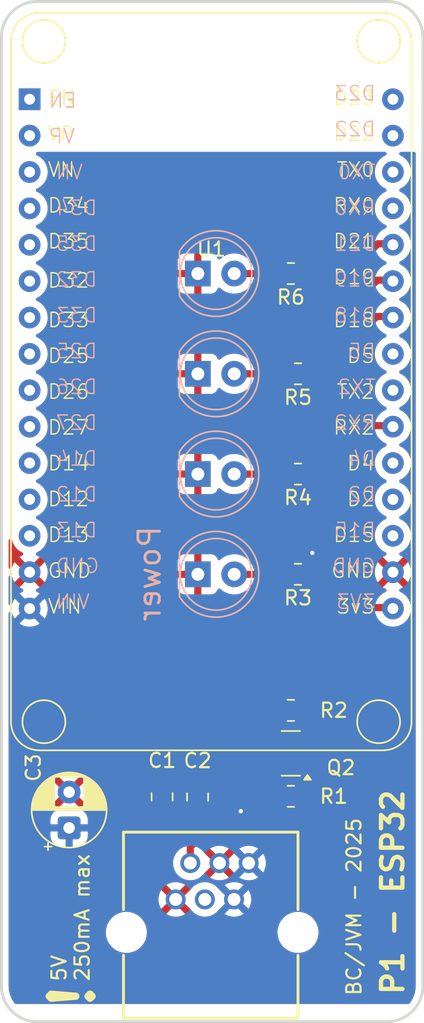
<source format=kicad_pcb>
(kicad_pcb (version 20241229) (generator "pcbnew") (generator_version "9.0")
  (layers (0 "F.Cu" signal) (2 "B.Cu" signal) (13 "F.Paste" user) (15 "B.Paste" user) (5 "F.SilkS" user "F.Silkscreen") (7 "B.SilkS" user "B.Silkscreen") (1 "F.Mask" user) (3 "B.Mask" user) (25 "Edge.Cuts" user))
  (net 0 "")
  (net 23 "VCC")
  (net 25 "GND")
  (net 26 "DATA")
  (net 27 "DATA_INV")
  (net 28 "Net-(U1-IO21)")
  (net 29 "Net-(U1-IO19)")
  (net 30 "Net-(U1-IO18)")
  (net 31 "Net-(D1-A)")
  (net 32 "Net-(D2-A)")
  (net 33 "Net-(D3-A)")
  (net 34 "Net-(D4-A)")
  (net 35 "+3.3V")
  (footprint "Capacitor_THT:CP_Radial_D5.0mm_P2.50mm" (layer "F.Cu") (at 50.5 81.705113 90)
    (property "Reference" "C3" (at 4.205113 -2.5 90) (layer "F.SilkS"))
    (property "Value" "C_Polarized")
    (fp_line (start 1.29 -2.58) (end 1.29 2.58) (stroke (width 0.12)) (layer "F.SilkS"))
    (fp_line (start 1.25 -2.58) (end 1.25 2.58) (stroke (width 0.12)) (layer "F.SilkS"))
    (fp_line (start 1.33 -2.579) (end 1.33 2.579) (stroke (width 0.12)) (layer "F.SilkS"))
    (fp_line (start 1.37 -2.577) (end 1.37 2.577) (stroke (width 0.12)) (layer "F.SilkS"))
    (fp_line (start 1.41 -2.575) (end 1.41 2.575) (stroke (width 0.12)) (layer "F.SilkS"))
    (fp_line (start 1.45 -2.572) (end 1.45 2.572) (stroke (width 0.12)) (layer "F.SilkS"))
    (fp_line (start 1.49 -2.569) (end 1.49 -1.04) (stroke (width 0.12)) (layer "F.SilkS"))
    (fp_line (start 1.53 -2.565) (end 1.53 -1.04) (stroke (width 0.12)) (layer "F.SilkS"))
    (fp_line (start 1.57 -2.56) (end 1.57 -1.04) (stroke (width 0.12)) (layer "F.SilkS"))
    (fp_line (start 1.61 -2.555) (end 1.61 -1.04) (stroke (width 0.12)) (layer "F.SilkS"))
    (fp_line (start 1.65 -2.549) (end 1.65 -1.04) (stroke (width 0.12)) (layer "F.SilkS"))
    (fp_line (start 1.69 -2.543) (end 1.69 -1.04) (stroke (width 0.12)) (layer "F.SilkS"))
    (fp_line (start 1.73 -2.536) (end 1.73 -1.04) (stroke (width 0.12)) (layer "F.SilkS"))
    (fp_line (start 1.77 -2.528) (end 1.77 -1.04) (stroke (width 0.12)) (layer "F.SilkS"))
    (fp_line (start 1.81 -2.519) (end 1.81 -1.04) (stroke (width 0.12)) (layer "F.SilkS"))
    (fp_line (start 1.85 -2.51) (end 1.85 -1.04) (stroke (width 0.12)) (layer "F.SilkS"))
    (fp_line (start 1.89 -2.501) (end 1.89 -1.04) (stroke (width 0.12)) (layer "F.SilkS"))
    (fp_line (start 1.93 -2.49) (end 1.93 -1.04) (stroke (width 0.12)) (layer "F.SilkS"))
    (fp_line (start 1.97 -2.479) (end 1.97 -1.04) (stroke (width 0.12)) (layer "F.SilkS"))
    (fp_line (start 2.01 -2.467) (end 2.01 -1.04) (stroke (width 0.12)) (layer "F.SilkS"))
    (fp_line (start 2.05 -2.455) (end 2.05 -1.04) (stroke (width 0.12)) (layer "F.SilkS"))
    (fp_line (start 2.09 -2.442) (end 2.09 -1.04) (stroke (width 0.12)) (layer "F.SilkS"))
    (fp_line (start 2.13 -2.428) (end 2.13 -1.04) (stroke (width 0.12)) (layer "F.SilkS"))
    (fp_line (start 2.17 -2.413) (end 2.17 -1.04) (stroke (width 0.12)) (layer "F.SilkS"))
    (fp_line (start 2.21 -2.398) (end 2.21 -1.04) (stroke (width 0.12)) (layer "F.SilkS"))
    (fp_line (start 2.25 -2.382) (end 2.25 -1.04) (stroke (width 0.12)) (layer "F.SilkS"))
    (fp_line (start 2.29 -2.365) (end 2.29 -1.04) (stroke (width 0.12)) (layer "F.SilkS"))
    (fp_line (start 2.33 -2.347) (end 2.33 -1.04) (stroke (width 0.12)) (layer "F.SilkS"))
    (fp_line (start 2.37 -2.329) (end 2.37 -1.04) (stroke (width 0.12)) (layer "F.SilkS"))
    (fp_line (start 2.41 -2.309) (end 2.41 -1.04) (stroke (width 0.12)) (layer "F.SilkS"))
    (fp_line (start 2.45 -2.289) (end 2.45 -1.04) (stroke (width 0.12)) (layer "F.SilkS"))
    (fp_line (start 2.49 -2.268) (end 2.49 -1.04) (stroke (width 0.12)) (layer "F.SilkS"))
    (fp_line (start 2.53 -2.246) (end 2.53 -1.04) (stroke (width 0.12)) (layer "F.SilkS"))
    (fp_line (start 2.57 -2.223) (end 2.57 -1.04) (stroke (width 0.12)) (layer "F.SilkS"))
    (fp_line (start 2.61 -2.199) (end 2.61 -1.04) (stroke (width 0.12)) (layer "F.SilkS"))
    (fp_line (start 2.65 -2.175) (end 2.65 -1.04) (stroke (width 0.12)) (layer "F.SilkS"))
    (fp_line (start 2.69 -2.149) (end 2.69 -1.04) (stroke (width 0.12)) (layer "F.SilkS"))
    (fp_line (start 2.73 -2.122) (end 2.73 -1.04) (stroke (width 0.12)) (layer "F.SilkS"))
    (fp_line (start 2.77 -2.094) (end 2.77 -1.04) (stroke (width 0.12)) (layer "F.SilkS"))
    (fp_line (start 2.81 -2.065) (end 2.81 -1.04) (stroke (width 0.12)) (layer "F.SilkS"))
    (fp_line (start 2.85 -2.035) (end 2.85 -1.04) (stroke (width 0.12)) (layer "F.SilkS"))
    (fp_line (start 2.89 -2.003) (end 2.89 -1.04) (stroke (width 0.12)) (layer "F.SilkS"))
    (fp_line (start 2.93 -1.97) (end 2.93 -1.04) (stroke (width 0.12)) (layer "F.SilkS"))
    (fp_line (start 2.97 -1.936) (end 2.97 -1.04) (stroke (width 0.12)) (layer "F.SilkS"))
    (fp_line (start 3.01 -1.901) (end 3.01 -1.04) (stroke (width 0.12)) (layer "F.SilkS"))
    (fp_line (start 3.05 -1.864) (end 3.05 -1.04) (stroke (width 0.12)) (layer "F.SilkS"))
    (fp_line (start 3.09 -1.825) (end 3.09 -1.04) (stroke (width 0.12)) (layer "F.SilkS"))
    (fp_line (start 3.13 -1.785) (end 3.13 -1.04) (stroke (width 0.12)) (layer "F.SilkS"))
    (fp_line (start 3.17 -1.743) (end 3.17 -1.04) (stroke (width 0.12)) (layer "F.SilkS"))
    (fp_line (start -1.304775 -1.725) (end -1.304775 -1.225) (stroke (width 0.12)) (layer "F.SilkS"))
    (fp_line (start 3.21 -1.699) (end 3.21 -1.04) (stroke (width 0.12)) (layer "F.SilkS"))
    (fp_line (start 3.25 -1.652) (end 3.25 -1.04) (stroke (width 0.12)) (layer "F.SilkS"))
    (fp_line (start 3.29 -1.604) (end 3.29 -1.04) (stroke (width 0.12)) (layer "F.SilkS"))
    (fp_line (start 3.33 -1.553) (end 3.33 -1.04) (stroke (width 0.12)) (layer "F.SilkS"))
    (fp_line (start 3.37 -1.499) (end 3.37 -1.04) (stroke (width 0.12)) (layer "F.SilkS"))
    (fp_line (start -1.554775 -1.475) (end -1.054775 -1.475) (stroke (width 0.12)) (layer "F.SilkS"))
    (fp_line (start 3.41 -1.443) (end 3.41 -1.04) (stroke (width 0.12)) (layer "F.SilkS"))
    (fp_line (start 3.45 -1.383) (end 3.45 -1.04) (stroke (width 0.12)) (layer "F.SilkS"))
    (fp_line (start 3.49 -1.319) (end 3.49 -1.04) (stroke (width 0.12)) (layer "F.SilkS"))
    (fp_line (start 3.53 -1.251) (end 3.53 -1.04) (stroke (width 0.12)) (layer "F.SilkS"))
    (fp_line (start 3.57 -1.177) (end 3.57 1.177) (stroke (width 0.12)) (layer "F.SilkS"))
    (fp_line (start 3.61 -1.098) (end 3.61 1.098) (stroke (width 0.12)) (layer "F.SilkS"))
    (fp_line (start 3.65 -1.011) (end 3.65 1.011) (stroke (width 0.12)) (layer "F.SilkS"))
    (fp_line (start 3.69 -0.914) (end 3.69 0.914) (stroke (width 0.12)) (layer "F.SilkS"))
    (fp_line (start 3.73 -0.805) (end 3.73 0.805) (stroke (width 0.12)) (layer "F.SilkS"))
    (fp_line (start 3.77 -0.677) (end 3.77 0.677) (stroke (width 0.12)) (layer "F.SilkS"))
    (fp_line (start 3.81 -0.517) (end 3.81 0.517) (stroke (width 0.12)) (layer "F.SilkS"))
    (fp_line (start 3.85 -0.283) (end 3.85 0.283) (stroke (width 0.12)) (layer "F.SilkS"))
    (fp_line (start 3.53 1.04) (end 3.53 1.251) (stroke (width 0.12)) (layer "F.SilkS"))
    (fp_line (start 3.49 1.04) (end 3.49 1.319) (stroke (width 0.12)) (layer "F.SilkS"))
    (fp_line (start 3.45 1.04) (end 3.45 1.383) (stroke (width 0.12)) (layer "F.SilkS"))
    (fp_line (start 3.41 1.04) (end 3.41 1.443) (stroke (width 0.12)) (layer "F.SilkS"))
    (fp_line (start 3.37 1.04) (end 3.37 1.499) (stroke (width 0.12)) (layer "F.SilkS"))
    (fp_line (start 3.33 1.04) (end 3.33 1.553) (stroke (width 0.12)) (layer "F.SilkS"))
    (fp_line (start 3.29 1.04) (end 3.29 1.604) (stroke (width 0.12)) (layer "F.SilkS"))
    (fp_line (start 3.25 1.04) (end 3.25 1.652) (stroke (width 0.12)) (layer "F.SilkS"))
    (fp_line (start 3.21 1.04) (end 3.21 1.699) (stroke (width 0.12)) (layer "F.SilkS"))
    (fp_line (start 3.17 1.04) (end 3.17 1.743) (stroke (width 0.12)) (layer "F.SilkS"))
    (fp_line (start 3.13 1.04) (end 3.13 1.785) (stroke (width 0.12)) (layer "F.SilkS"))
    (fp_line (start 3.09 1.04) (end 3.09 1.825) (stroke (width 0.12)) (layer "F.SilkS"))
    (fp_line (start 3.05 1.04) (end 3.05 1.864) (stroke (width 0.12)) (layer "F.SilkS"))
    (fp_line (start 3.01 1.04) (end 3.01 1.901) (stroke (width 0.12)) (layer "F.SilkS"))
    (fp_line (start 2.97 1.04) (end 2.97 1.936) (stroke (width 0.12)) (layer "F.SilkS"))
    (fp_line (start 2.93 1.04) (end 2.93 1.97) (stroke (width 0.12)) (layer "F.SilkS"))
    (fp_line (start 2.89 1.04) (end 2.89 2.003) (stroke (width 0.12)) (layer "F.SilkS"))
    (fp_line (start 2.85 1.04) (end 2.85 2.035) (stroke (width 0.12)) (layer "F.SilkS"))
    (fp_line (start 2.81 1.04) (end 2.81 2.065) (stroke (width 0.12)) (layer "F.SilkS"))
    (fp_line (start 2.77 1.04) (end 2.77 2.094) (stroke (width 0.12)) (layer "F.SilkS"))
    (fp_line (start 2.73 1.04) (end 2.73 2.122) (stroke (width 0.12)) (layer "F.SilkS"))
    (fp_line (start 2.69 1.04) (end 2.69 2.149) (stroke (width 0.12)) (layer "F.SilkS"))
    (fp_line (start 2.65 1.04) (end 2.65 2.175) (stroke (width 0.12)) (layer "F.SilkS"))
    (fp_line (start 2.61 1.04) (end 2.61 2.199) (stroke (width 0.12)) (layer "F.SilkS"))
    (fp_line (start 2.57 1.04) (end 2.57 2.223) (stroke (width 0.12)) (layer "F.SilkS"))
    (fp_line (start 2.53 1.04) (end 2.53 2.246) (stroke (width 0.12)) (layer "F.SilkS"))
    (fp_line (start 2.49 1.04) (end 2.49 2.268) (stroke (width 0.12)) (layer "F.SilkS"))
    (fp_line (start 2.45 1.04) (end 2.45 2.289) (stroke (width 0.12)) (layer "F.SilkS"))
    (fp_line (start 2.41 1.04) (end 2.41 2.309) (stroke (width 0.12)) (layer "F.SilkS"))
    (fp_line (start 2.37 1.04) (end 2.37 2.329) (stroke (width 0.12)) (layer "F.SilkS"))
    (fp_line (start 2.33 1.04) (end 2.33 2.347) (stroke (width 0.12)) (layer "F.SilkS"))
    (fp_line (start 2.29 1.04) (end 2.29 2.365) (stroke (width 0.12)) (layer "F.SilkS"))
    (fp_line (start 2.25 1.04) (end 2.25 2.382) (stroke (width 0.12)) (layer "F.SilkS"))
    (fp_line (start 2.21 1.04) (end 2.21 2.398) (stroke (width 0.12)) (layer "F.SilkS"))
    (fp_line (start 2.17 1.04) (end 2.17 2.413) (stroke (width 0.12)) (layer "F.SilkS"))
    (fp_line (start 2.13 1.04) (end 2.13 2.428) (stroke (width 0.12)) (layer "F.SilkS"))
    (fp_line (start 2.09 1.04) (end 2.09 2.442) (stroke (width 0.12)) (layer "F.SilkS"))
    (fp_line (start 2.05 1.04) (end 2.05 2.455) (stroke (width 0.12)) (layer "F.SilkS"))
    (fp_line (start 2.01 1.04) (end 2.01 2.467) (stroke (width 0.12)) (layer "F.SilkS"))
    (fp_line (start 1.97 1.04) (end 1.97 2.479) (stroke (width 0.12)) (layer "F.SilkS"))
    (fp_line (start 1.93 1.04) (end 1.93 2.49) (stroke (width 0.12)) (layer "F.SilkS"))
    (fp_line (start 1.89 1.04) (end 1.89 2.501) (stroke (width 0.12)) (layer "F.SilkS"))
    (fp_line (start 1.85 1.04) (end 1.85 2.51) (stroke (width 0.12)) (layer "F.SilkS"))
    (fp_line (start 1.81 1.04) (end 1.81 2.519) (stroke (width 0.12)) (layer "F.SilkS"))
    (fp_line (start 1.77 1.04) (end 1.77 2.528) (stroke (width 0.12)) (layer "F.SilkS"))
    (fp_line (start 1.73 1.04) (end 1.73 2.536) (stroke (width 0.12)) (layer "F.SilkS"))
    (fp_line (start 1.69 1.04) (end 1.69 2.543) (stroke (width 0.12)) (layer "F.SilkS"))
    (fp_line (start 1.65 1.04) (end 1.65 2.549) (stroke (width 0.12)) (layer "F.SilkS"))
    (fp_line (start 1.61 1.04) (end 1.61 2.555) (stroke (width 0.12)) (layer "F.SilkS"))
    (fp_line (start 1.57 1.04) (end 1.57 2.56) (stroke (width 0.12)) (layer "F.SilkS"))
    (fp_line (start 1.53 1.04) (end 1.53 2.565) (stroke (width 0.12)) (layer "F.SilkS"))
    (fp_line (start 1.49 1.04) (end 1.49 2.569) (stroke (width 0.12)) (layer "F.SilkS"))
    (fp_circle (center 1.25 0) (end 3.87 0) (stroke (width 0.12)) (fill no) (layer "F.SilkS"))
    (pad "1" thru_hole roundrect (at 0 0 90) (size 1.6 1.6) (drill 0.8) (layers "*.Cu" "*.Mask") (roundrect_rratio 0.15625) (net 23 "VCC"))
    (pad "2" thru_hole circle (at 2.5 0 90) (size 1.6 1.6) (drill 0.8) (layers "*.Cu" "*.Mask") (net 25 "GND"))
  )
  (footprint "Resistor_SMD:R_0805_2012Metric_Pad1.20x1.40mm_HandSolder" (layer "F.Cu") (at 66.5 50 180)
    (property "Reference" "R5" (at 0 -1.65 0) (layer "F.SilkS"))
    (property "Value" "680")
    (fp_line (start -0.227064 0.735) (end 0.227064 0.735) (stroke (width 0.12)) (layer "F.SilkS"))
    (fp_line (start -0.227064 -0.735) (end 0.227064 -0.735) (stroke (width 0.12)) (layer "F.SilkS"))
    (pad "1" smd roundrect (at -1 0 180) (size 1.2 1.4) (layers "F.Cu" "F.Mask" "F.Paste") (roundrect_rratio 0.208333) (net 29 "Net-(U1-IO19)"))
    (pad "2" smd roundrect (at 1 0 180) (size 1.2 1.4) (layers "F.Cu" "F.Mask" "F.Paste") (roundrect_rratio 0.208333) (net 33 "Net-(D3-A)"))
  )
  (footprint "Capacitor_SMD:C_0805_2012Metric_Pad1.18x1.45mm_HandSolder" (layer "F.Cu") (at 57 79.5375 90)
    (property "Reference" "C1" (at 2.5375 0 180) (layer "F.SilkS"))
    (property "Value" "68u")
    (fp_line (start -0.261252 -0.735) (end 0.261252 -0.735) (stroke (width 0.12)) (layer "F.SilkS"))
    (fp_line (start -0.261252 0.735) (end 0.261252 0.735) (stroke (width 0.12)) (layer "F.SilkS"))
    (pad "1" smd roundrect (at -1.0375 0 90) (size 1.175 1.45) (layers "F.Cu" "F.Mask" "F.Paste") (roundrect_rratio 0.212766) (net 23 "VCC"))
    (pad "2" smd roundrect (at 1.0375 0 90) (size 1.175 1.45) (layers "F.Cu" "F.Mask" "F.Paste") (roundrect_rratio 0.212766) (net 25 "GND"))
  )
  (footprint "Package_TO_SOT_SMD:SOT-23" (layer "F.Cu") (at 66 76.5 180)
    (property "Reference" "Q2" (at -3.5 -1 0) (layer "F.SilkS"))
    (property "Value" "BSS138")
    (fp_line (start 0 1.56) (end 0.65 1.56) (stroke (width 0.12)) (layer "F.SilkS"))
    (fp_line (start 0 1.56) (end -0.65 1.56) (stroke (width 0.12)) (layer "F.SilkS"))
    (fp_line (start 0 -1.56) (end 0.65 -1.56) (stroke (width 0.12)) (layer "F.SilkS"))
    (fp_line (start 0 -1.56) (end -0.65 -1.56) (stroke (width 0.12)) (layer "F.SilkS"))
    (fp_poly (pts (xy -1.1625 -1.51) (xy -1.4025 -1.84) (xy -0.9225 -1.84)) (stroke (width 0.12)) (fill yes) (layer "F.SilkS"))
    (pad "1" smd roundrect (at -0.9375 -0.95 180) (size 1.475 0.6) (layers "F.Cu" "F.Mask" "F.Paste") (net 26 "DATA"))
    (pad "2" smd roundrect (at -0.9375 0.95 180) (size 1.475 0.6) (layers "F.Cu" "F.Mask" "F.Paste") (net 25 "GND"))
    (pad "3" smd roundrect (at 0.9375 0 180) (size 1.475 0.6) (layers "F.Cu" "F.Mask" "F.Paste") (net 27 "DATA_INV"))
  )
  (footprint "Resistor_SMD:R_0805_2012Metric_Pad1.20x1.40mm_HandSolder" (layer "F.Cu") (at 66 73.5 180)
    (property "Reference" "R2" (at -3 0 180) (layer "F.SilkS"))
    (property "Value" "10k")
    (fp_line (start -0.227064 0.735) (end 0.227064 0.735) (stroke (width 0.12)) (layer "F.SilkS"))
    (fp_line (start -0.227064 -0.735) (end 0.227064 -0.735) (stroke (width 0.12)) (layer "F.SilkS"))
    (pad "1" smd roundrect (at -1 0 180) (size 1.2 1.4) (layers "F.Cu" "F.Mask" "F.Paste") (roundrect_rratio 0.208333) (net 35 "+3.3V"))
    (pad "2" smd roundrect (at 1 0 180) (size 1.2 1.4) (layers "F.Cu" "F.Mask" "F.Paste") (roundrect_rratio 0.208333) (net 27 "DATA_INV"))
  )
  (footprint "esp32_devkit_v1_doit:esp32_devkit_v1_doit" (layer "F.Cu") (at 60.436822 30.829524)
    (property "Reference" "U1" (at 0 10.47 0) (layer "F.SilkS"))
    (property "Value" "ESP32_DevKit_V1_DOIT")
    (fp_line (start -14 -4.04) (end -14 43.46) (stroke (width 0.12)) (layer "F.SilkS"))
    (fp_line (start -12 -6.04) (end 12 -6.04) (stroke (width 0.12)) (layer "F.SilkS"))
    (fp_line (start -12 45.46) (end 12 45.46) (stroke (width 0.12)) (layer "F.SilkS"))
    (fp_line (start 14 43.46) (end 14 -4.04) (stroke (width 0.12)) (layer "F.SilkS"))
    (fp_arc (start -14 -4.04) (mid -13.414214 -5.454214) (end -12 -6.04) (stroke (width 0.12)) (layer "F.SilkS"))
    (fp_arc (start -12 45.46) (mid -13.414214 44.874214) (end -14 43.46) (stroke (width 0.12)) (layer "F.SilkS"))
    (fp_arc (start 12 -6.04) (mid 13.414214 -5.454214) (end 14 -4.04) (stroke (width 0.12)) (layer "F.SilkS"))
    (fp_arc (start 14 43.46) (mid 13.414214 44.874214) (end 12 45.46) (stroke (width 0.12)) (layer "F.SilkS"))
    (fp_circle (center -11.7 -4.04) (end -10.2 -4.04) (stroke (width 0.12)) (fill no) (layer "F.SilkS"))
    (fp_circle (center -11.7 43.46) (end -10.2 43.46) (stroke (width 0.12)) (fill no) (layer "F.SilkS"))
    (fp_circle (center 11.7 -4.04) (end 13.2 -4.04) (stroke (width 0.12)) (fill no) (layer "F.SilkS"))
    (fp_circle (center 11.7 43.46) (end 13.2 43.46) (stroke (width 0.12)) (fill no) (layer "F.SilkS"))
    (fp_text user "RX2" (at 11.5 23.5 0) (layer "F.SilkS") (effects (font (thickness 0.1)) (justify right bottom)))
    (fp_text user "D4" (at 11.5 26 0) (layer "F.SilkS") (effects (font (thickness 0.1)) (justify right bottom)))
    (fp_text user "D34" (at -11.5 8 0) (layer "F.SilkS") (effects (font (thickness 0.1)) (justify left bottom)))
    (fp_text user "EN" (at -11.5 0.5 0) (layer "F.SilkS") (effects (font (thickness 0.1)) (justify left bottom)))
    (fp_text user "GND" (at 11.5 33.5 0) (layer "F.SilkS") (effects (font (thickness 0.1)) (justify right bottom)))
    (fp_text user "D15" (at 11.5 31 0) (layer "F.SilkS") (effects (font (thickness 0.1)) (justify right bottom)))
    (fp_text user "D27" (at -11.5 23.5 0) (layer "F.SilkS") (effects (font (thickness 0.1)) (justify left bottom)))
    (fp_text user "D21" (at 11.5 10.5 0) (layer "F.SilkS") (effects (font (thickness 0.1)) (justify right bottom)))
    (fp_text user "VIN" (at -11.5 36 0) (layer "F.SilkS") (effects (font (thickness 0.1)) (justify left bottom)))
    (fp_text user "D19" (at 11.5 13 0) (layer "F.SilkS") (effects (font (thickness 0.1)) (justify right bottom)))
    (fp_text user "GND" (at -11.5 33.5 0) (layer "F.SilkS") (effects (font (thickness 0.1)) (justify left bottom)))
    (fp_text user "D18" (at 11.5 16 0) (layer "F.SilkS") (effects (font (thickness 0.1)) (justify right bottom)))
    (fp_text user "D33" (at -11.5 16 0) (layer "F.SilkS") (effects (font (thickness 0.1)) (justify left bottom)))
    (fp_text user "VP" (at -11.5 3 0) (layer "F.SilkS") (effects (font (thickness 0.1)) (justify left bottom)))
    (fp_text user "RX0" (at 11.5 8 0) (layer "F.SilkS") (effects (font (thickness 0.1)) (justify right bottom)))
    (fp_text user "D25" (at -11.5 18.5 0) (layer "F.SilkS") (effects (font (thickness 0.1)) (justify left bottom)))
    (fp_text user "D35" (at -11.5 10.5 0) (layer "F.SilkS") (effects (font (thickness 0.1)) (justify left bottom)))
    (fp_text user "TX0" (at 11.5 5.5 0) (layer "F.SilkS") (effects (font (thickness 0.1)) (justify right bottom)))
    (fp_text user "D5" (at 11.5 18.5 0) (layer "F.SilkS") (effects (font (thickness 0.1)) (justify right bottom)))
    (fp_text user "TX2" (at 11.5 21 0) (layer "F.SilkS") (effects (font (thickness 0.1)) (justify right bottom)))
    (fp_text user "D26" (at -11.5 21 0) (layer "F.SilkS") (effects (font (thickness 0.1)) (justify left bottom)))
    (fp_text user "VN" (at -11.5 5.5 0) (layer "F.SilkS") (effects (font (thickness 0.1)) (justify left bottom)))
    (fp_text user "D2" (at 11.5 28.5 0) (layer "F.SilkS") (effects (font (thickness 0.1)) (justify right bottom)))
    (fp_text user "3v3" (at 11.5 36 0) (layer "F.SilkS") (effects (font (thickness 0.1)) (justify right bottom)))
    (fp_text user "D23" (at 11.5 0.5 0) (layer "F.SilkS") (effects (font (thickness 0.1)) (justify right bottom)))
    (fp_text user "D22" (at 11.5 3 0) (layer "F.SilkS") (effects (font (thickness 0.1)) (justify right bottom)))
    (fp_text user "D32" (at -11.5 13.24 0) (layer "F.SilkS") (effects (font (thickness 0.1)) (justify left bottom)))
    (fp_text user "D12" (at -11.5 28.5 0) (layer "F.SilkS") (effects (font (thickness 0.1)) (justify left bottom)))
    (fp_text user "D14" (at -11.5 26 0) (layer "F.SilkS") (effects (font (thickness 0.1)) (justify left bottom)))
    (fp_text user "D13" (at -11.5 31 0) (layer "F.SilkS") (effects (font (thickness 0.1)) (justify left bottom)))
    (pad "1" thru_hole rect (at -12.7 0) (size 1.524 1.524) (drill 0.762) (layers "*.Cu" "*.Mask"))
    (pad "2" thru_hole circle (at -12.7 2.54) (size 1.524 1.524) (drill 0.762) (layers "*.Cu" "*.Mask"))
    (pad "3" thru_hole circle (at -12.7 5.08) (size 1.524 1.524) (drill 0.762) (layers "*.Cu" "*.Mask"))
    (pad "4" thru_hole circle (at -12.7 7.62) (size 1.524 1.524) (drill 0.762) (layers "*.Cu" "*.Mask"))
    (pad "5" thru_hole circle (at -12.7 10.16) (size 1.524 1.524) (drill 0.762) (layers "*.Cu" "*.Mask"))
    (pad "6" thru_hole circle (at -12.7 12.7) (size 1.524 1.524) (drill 0.762) (layers "*.Cu" "*.Mask"))
    (pad "7" thru_hole circle (at -12.7 15.24) (size 1.524 1.524) (drill 0.762) (layers "*.Cu" "*.Mask"))
    (pad "8" thru_hole circle (at -12.7 17.78) (size 1.524 1.524) (drill 0.762) (layers "*.Cu" "*.Mask"))
    (pad "9" thru_hole circle (at -12.7 20.32) (size 1.524 1.524) (drill 0.762) (layers "*.Cu" "*.Mask"))
    (pad "10" thru_hole circle (at -12.7 22.86) (size 1.524 1.524) (drill 0.762) (layers "*.Cu" "*.Mask"))
    (pad "11" thru_hole circle (at -12.7 25.4) (size 1.524 1.524) (drill 0.762) (layers "*.Cu" "*.Mask"))
    (pad "12" thru_hole circle (at -12.7 27.94) (size 1.524 1.524) (drill 0.762) (layers "*.Cu" "*.Mask"))
    (pad "13" thru_hole circle (at -12.7 30.48) (size 1.524 1.524) (drill 0.762) (layers "*.Cu" "*.Mask"))
    (pad "14" thru_hole circle (at -12.7 33.02) (size 1.524 1.524) (drill 0.762) (layers "*.Cu" "*.Mask") (net 25 "GND"))
    (pad "15" thru_hole circle (at -12.7 35.56) (size 1.524 1.524) (drill 0.762) (layers "*.Cu" "*.Mask") (net 23 "VCC"))
    (pad "16" thru_hole circle (at 12.7 35.56) (size 1.524 1.524) (drill 0.762) (layers "*.Cu" "*.Mask") (net 35 "+3.3V"))
    (pad "17" thru_hole circle (at 12.7 33.02) (size 1.524 1.524) (drill 0.762) (layers "*.Cu" "*.Mask") (net 25 "GND"))
    (pad "18" thru_hole circle (at 12.7 30.48) (size 1.524 1.524) (drill 0.762) (layers "*.Cu" "*.Mask"))
    (pad "19" thru_hole circle (at 12.7 27.94) (size 1.524 1.524) (drill 0.762) (layers "*.Cu" "*.Mask"))
    (pad "20" thru_hole circle (at 12.7 25.4) (size 1.524 1.524) (drill 0.762) (layers "*.Cu" "*.Mask"))
    (pad "21" thru_hole circle (at 12.7 22.86) (size 1.524 1.524) (drill 0.762) (layers "*.Cu" "*.Mask") (net 27 "DATA_INV"))
    (pad "22" thru_hole circle (at 12.7 20.32) (size 1.524 1.524) (drill 0.762) (layers "*.Cu" "*.Mask"))
    (pad "23" thru_hole circle (at 12.7 17.78) (size 1.524 1.524) (drill 0.762) (layers "*.Cu" "*.Mask"))
    (pad "24" thru_hole circle (at 12.7 15.24) (size 1.524 1.524) (drill 0.762) (layers "*.Cu" "*.Mask") (net 30 "Net-(U1-IO18)"))
    (pad "25" thru_hole circle (at 12.7 12.7) (size 1.524 1.524) (drill 0.762) (layers "*.Cu" "*.Mask") (net 29 "Net-(U1-IO19)"))
    (pad "26" thru_hole circle (at 12.7 10.16) (size 1.524 1.524) (drill 0.762) (layers "*.Cu" "*.Mask") (net 28 "Net-(U1-IO21)"))
    (pad "27" thru_hole circle (at 12.7 7.62) (size 1.524 1.524) (drill 0.762) (layers "*.Cu" "*.Mask"))
    (pad "28" thru_hole circle (at 12.7 5.08) (size 1.524 1.524) (drill 0.762) (layers "*.Cu" "*.Mask"))
    (pad "29" thru_hole circle (at 12.7 2.54) (size 1.524 1.524) (drill 0.762) (layers "*.Cu" "*.Mask"))
    (pad "30" thru_hole circle (at 12.7 0) (size 1.524 1.524) (drill 0.762) (layers "*.Cu" "*.Mask"))
  )
  (footprint "footprints:615006138421" (layer "F.Cu") (at 54.5 89)
    (property "Reference" "J1")
    (property "Value" "RJ12" (hide yes))
    (fp_line (start -0.2 -7) (end -0.2 -1.6) (stroke (width 0.2)) (layer "F.SilkS"))
    (fp_line (start -0.2 -7) (end 12 -7) (stroke (width 0.2)) (layer "F.SilkS"))
    (fp_line (start -0.2 6) (end -0.2 1.6) (stroke (width 0.2)) (layer "F.SilkS"))
    (fp_line (start -0.2 6) (end 12 6) (stroke (width 0.2)) (layer "F.SilkS"))
    (fp_line (start 12 -7) (end 12 -1.6) (stroke (width 0.2)) (layer "F.SilkS"))
    (fp_line (start 12 6) (end 12 1.6) (stroke (width 0.2)) (layer "F.SilkS"))
    (pad "" np_thru_hole circle (at 0 0) (size 2.36 2.36) (drill 2.36) (layers "*.Cu" "*.Mask"))
    (pad "" np_thru_hole circle (at 12 0) (size 2.36 2.36) (drill 2.36) (layers "*.Cu" "*.Mask"))
    (pad "1" thru_hole circle (at 8.55 -4.84) (size 1.4 1.4) (drill 0.9) (layers "*.Cu" "*.Mask") (net 23 "VCC"))
    (pad "2" thru_hole circle (at 7.53 -2.3) (size 1.4 1.4) (drill 0.9) (layers "*.Cu" "*.Mask") (net 23 "VCC"))
    (pad "3" thru_hole circle (at 6.51 -4.84) (size 1.4 1.4) (drill 0.9) (layers "*.Cu" "*.Mask") (net 25 "GND"))
    (pad "4" thru_hole circle (at 5.49 -2.3) (size 1.4 1.4) (drill 0.9) (layers "*.Cu" "*.Mask"))
    (pad "5" thru_hole circle (at 4.47 -4.84) (size 1.4 1.4) (drill 0.9) (layers "*.Cu" "*.Mask") (net 26 "DATA"))
    (pad "6" thru_hole circle (at 3.45 -2.3) (size 1.4 1.4) (drill 0.9) (layers "*.Cu" "*.Mask") (net 25 "GND"))
  )
  (footprint "Capacitor_SMD:C_0805_2012Metric_Pad1.18x1.45mm_HandSolder" (layer "F.Cu") (at 59.482202 79.548381 90)
    (property "Reference" "C2" (at 2.5375 0 180) (layer "F.SilkS"))
    (property "Value" "220n")
    (fp_line (start -0.261252 -0.735) (end 0.261252 -0.735) (stroke (width 0.12)) (layer "F.SilkS"))
    (fp_line (start -0.261252 0.735) (end 0.261252 0.735) (stroke (width 0.12)) (layer "F.SilkS"))
    (pad "1" smd roundrect (at -1.0375 0 90) (size 1.175 1.45) (layers "F.Cu" "F.Mask" "F.Paste") (roundrect_rratio 0.212766) (net 23 "VCC"))
    (pad "2" smd roundrect (at 1.0375 0 90) (size 1.175 1.45) (layers "F.Cu" "F.Mask" "F.Paste") (roundrect_rratio 0.212766) (net 25 "GND"))
  )
  (footprint "Resistor_SMD:R_0805_2012Metric_Pad1.20x1.40mm_HandSolder" (layer "F.Cu") (at 66.5 64 180)
    (property "Reference" "R3" (at 0 -1.65 0) (layer "F.SilkS"))
    (property "Value" "680")
    (fp_line (start -0.227064 0.735) (end 0.227064 0.735) (stroke (width 0.12)) (layer "F.SilkS"))
    (fp_line (start -0.227064 -0.735) (end 0.227064 -0.735) (stroke (width 0.12)) (layer "F.SilkS"))
    (pad "1" smd roundrect (at -1 0 180) (size 1.2 1.4) (layers "F.Cu" "F.Mask" "F.Paste") (roundrect_rratio 0.208333) (net 23 "VCC"))
    (pad "2" smd roundrect (at 1 0 180) (size 1.2 1.4) (layers "F.Cu" "F.Mask" "F.Paste") (roundrect_rratio 0.208333) (net 31 "Net-(D1-A)"))
  )
  (footprint "Resistor_SMD:R_0805_2012Metric_Pad1.20x1.40mm_HandSolder" (layer "F.Cu") (at 66.5 57 180)
    (property "Reference" "R4" (at 0 -1.65 0) (layer "F.SilkS"))
    (property "Value" "680")
    (fp_line (start -0.227064 0.735) (end 0.227064 0.735) (stroke (width 0.12)) (layer "F.SilkS"))
    (fp_line (start -0.227064 -0.735) (end 0.227064 -0.735) (stroke (width 0.12)) (layer "F.SilkS"))
    (pad "1" smd roundrect (at -1 0 180) (size 1.2 1.4) (layers "F.Cu" "F.Mask" "F.Paste") (roundrect_rratio 0.208333) (net 30 "Net-(U1-IO18)"))
    (pad "2" smd roundrect (at 1 0 180) (size 1.2 1.4) (layers "F.Cu" "F.Mask" "F.Paste") (roundrect_rratio 0.208333) (net 32 "Net-(D2-A)"))
  )
  (footprint "Resistor_SMD:R_0805_2012Metric_Pad1.20x1.40mm_HandSolder" (layer "F.Cu") (at 66 43 180)
    (property "Reference" "R6" (at 0 -1.65 0) (layer "F.SilkS"))
    (property "Value" "680")
    (fp_line (start -0.227064 0.735) (end 0.227064 0.735) (stroke (width 0.12)) (layer "F.SilkS"))
    (fp_line (start -0.227064 -0.735) (end 0.227064 -0.735) (stroke (width 0.12)) (layer "F.SilkS"))
    (pad "1" smd roundrect (at -1 0 180) (size 1.2 1.4) (layers "F.Cu" "F.Mask" "F.Paste") (roundrect_rratio 0.208333) (net 28 "Net-(U1-IO21)"))
    (pad "2" smd roundrect (at 1 0 180) (size 1.2 1.4) (layers "F.Cu" "F.Mask" "F.Paste") (roundrect_rratio 0.208333) (net 34 "Net-(D4-A)"))
  )
  (footprint "Resistor_SMD:R_0805_2012Metric_Pad1.20x1.40mm_HandSolder" (layer "F.Cu") (at 66 79.5)
    (property "Reference" "R1" (at 3 0 0) (layer "F.SilkS"))
    (property "Value" "10k")
    (fp_line (start -0.227064 -0.735) (end 0.227064 -0.735) (stroke (width 0.12)) (layer "F.SilkS"))
    (fp_line (start -0.227064 0.735) (end 0.227064 0.735) (stroke (width 0.12)) (layer "F.SilkS"))
    (pad "1" smd roundrect (at -1 0) (size 1.2 1.4) (layers "F.Cu" "F.Mask" "F.Paste") (roundrect_rratio 0.208333) (net 23 "VCC"))
    (pad "2" smd roundrect (at 1 0) (size 1.2 1.4) (layers "F.Cu" "F.Mask" "F.Paste") (roundrect_rratio 0.208333) (net 26 "DATA"))
  )
  (footprint "LED_THT:LED_D5.0mm" (layer "B.Cu") (at 59.5 43)
    (property "Reference" "D4")
    (property "Value" "LED")
    (fp_line (start -1.29 1.545) (end -1.29 -1.545) (stroke (width 0.12)) (layer "B.SilkS"))
    (fp_arc (start -1.29 -1.54483) (mid 2.071779 -2.880495) (end 4.26 0) (stroke (width 0.12)) (layer "B.SilkS"))
    (fp_arc (start 4.26 0) (mid 2.071779 2.880495) (end -1.29 1.54483) (stroke (width 0.12)) (layer "B.SilkS"))
    (fp_circle (center 1.27 0) (end 3.77 0) (stroke (width 0.12)) (fill no) (layer "B.SilkS"))
    (pad "1" thru_hole rect (at 0 0) (size 1.8 1.8) (drill 0.9) (layers "*.Cu" "*.Mask") (net 25 "GND"))
    (pad "2" thru_hole circle (at 2.54 0) (size 1.8 1.8) (drill 0.9) (layers "*.Cu" "*.Mask") (net 34 "Net-(D4-A)"))
  )
  (footprint "LED_THT:LED_D5.0mm" (layer "B.Cu") (at 59.5 57)
    (property "Reference" "D2")
    (property "Value" "LED")
    (fp_line (start -1.29 1.545) (end -1.29 -1.545) (stroke (width 0.12)) (layer "B.SilkS"))
    (fp_arc (start -1.29 -1.54483) (mid 2.071779 -2.880495) (end 4.26 0) (stroke (width 0.12)) (layer "B.SilkS"))
    (fp_arc (start 4.26 0) (mid 2.071779 2.880495) (end -1.29 1.54483) (stroke (width 0.12)) (layer "B.SilkS"))
    (fp_circle (center 1.27 0) (end 3.77 0) (stroke (width 0.12)) (fill no) (layer "B.SilkS"))
    (pad "1" thru_hole rect (at 0 0) (size 1.8 1.8) (drill 0.9) (layers "*.Cu" "*.Mask") (net 25 "GND"))
    (pad "2" thru_hole circle (at 2.54 0) (size 1.8 1.8) (drill 0.9) (layers "*.Cu" "*.Mask") (net 32 "Net-(D2-A)"))
  )
  (footprint "LED_THT:LED_D5.0mm" (layer "B.Cu") (at 59.5 50)
    (property "Reference" "D3")
    (property "Value" "LED")
    (fp_line (start -1.29 1.545) (end -1.29 -1.545) (stroke (width 0.12)) (layer "B.SilkS"))
    (fp_arc (start -1.29 -1.54483) (mid 2.071779 -2.880495) (end 4.26 0) (stroke (width 0.12)) (layer "B.SilkS"))
    (fp_arc (start 4.26 0) (mid 2.071779 2.880495) (end -1.29 1.54483) (stroke (width 0.12)) (layer "B.SilkS"))
    (fp_circle (center 1.27 0) (end 3.77 0) (stroke (width 0.12)) (fill no) (layer "B.SilkS"))
    (pad "1" thru_hole rect (at 0 0) (size 1.8 1.8) (drill 0.9) (layers "*.Cu" "*.Mask") (net 25 "GND"))
    (pad "2" thru_hole circle (at 2.54 0) (size 1.8 1.8) (drill 0.9) (layers "*.Cu" "*.Mask") (net 33 "Net-(D3-A)"))
  )
  (footprint "LED_THT:LED_D5.0mm" (layer "B.Cu") (at 59.5 64)
    (property "Reference" "D1")
    (property "Value" "LED_Power")
    (fp_line (start -1.29 1.545) (end -1.29 -1.545) (stroke (width 0.12)) (layer "B.SilkS"))
    (fp_arc (start -1.29 -1.54483) (mid 2.071779 -2.880495) (end 4.26 0) (stroke (width 0.12)) (layer "B.SilkS"))
    (fp_arc (start 4.26 0) (mid 2.071779 2.880495) (end -1.29 1.54483) (stroke (width 0.12)) (layer "B.SilkS"))
    (fp_circle (center 1.27 0) (end 3.77 0) (stroke (width 0.12)) (fill no) (layer "B.SilkS"))
    (pad "1" thru_hole rect (at 0 0) (size 1.8 1.8) (drill 0.9) (layers "*.Cu" "*.Mask") (net 25 "GND"))
    (pad "2" thru_hole circle (at 2.54 0) (size 1.8 1.8) (drill 0.9) (layers "*.Cu" "*.Mask") (net 31 "Net-(D1-A)"))
  )
  (gr_line (start 45.767767 26.5) (end 45.767768 92.732233) (stroke (width 0.2)) (layer "Edge.Cuts"))
  (gr_line (start 48.267767 24) (end 72.732233 24) (stroke (width 0.2)) (layer "Edge.Cuts"))
  (gr_line (start 75.2322 26.5) (end 75.232201 92.732233) (stroke (width 0.2)) (layer "Edge.Cuts"))
  (gr_arc (start 48.267767 95.232233) (mid 46.5 94.5) (end 45.767767 92.732233) (stroke (width 0.2)) (layer "Edge.Cuts"))
  (gr_line (start 48.267767 95.232233) (end 72.732233 95.232233) (stroke (width 0.2)) (layer "Edge.Cuts"))
  (gr_arc (start 45.767767 26.5) (mid 46.5 24.732233) (end 48.267767 24) (stroke (width 0.2)) (layer "Edge.Cuts"))
  (gr_arc (start 72.732233 24) (mid 74.5 24.732233) (end 75.232233 26.5) (stroke (width 0.2)) (layer "Edge.Cuts"))
  (gr_arc (start 75.232233 92.732233) (mid 74.5 94.5) (end 72.732233 95.232233) (stroke (width 0.2)) (layer "Edge.Cuts"))
  (gr_text "BC/JVM - 2025" (at 71 93.5 90) (layer "F.SilkS") (effects (font (size 1 1)) (justify left bottom)))
  (gr_text "!" (at 52.5 94.5 90) (layer "F.SilkS") (effects (font (size 3 3) (thickness 0.5) (bold yes)) (justify left bottom)))
  (gr_text "5V\n250mA max" (at 52 92.5 90) (layer "F.SilkS") (effects (font (size 1 1)) (justify left bottom)))
  (gr_text "P1 - ESP32" (at 74 93.5 90) (layer "F.SilkS") (effects (font (size 1.5 1.5) (thickness 0.3) (bold yes)) (justify left bottom)))
  (gr_text "3V3" (at 72 66.5 0) (layer "B.SilkS") (effects (font (size 1 1) (thickness 0.1)) (justify left bottom mirror)))
  (gr_text "D27" (at 49.5 54 0) (layer "B.SilkS") (effects (font (size 1 1) (thickness 0.1)) (justify right bottom mirror)))
  (gr_text "D14" (at 49.5 56.5 0) (layer "B.SilkS") (effects (font (size 1 1) (thickness 0.1)) (justify right bottom mirror)))
  (gr_text "D22" (at 72 33.5 0) (layer "B.SilkS") (effects (font (size 1 1) (thickness 0.1)) (justify left bottom mirror)))
  (gr_text "D4" (at 72 56.5 0) (layer "B.SilkS") (effects (font (size 1 1) (thickness 0.1)) (justify left bottom mirror)))
  (gr_text "VN" (at 49.5 36.5 0) (layer "B.SilkS") (effects (font (size 1 1) (thickness 0.1)) (justify right bottom mirror)))
  (gr_text "D25" (at 49.5 49 0) (layer "B.SilkS") (effects (font (size 1 1) (thickness 0.1)) (justify right bottom mirror)))
  (gr_text "D13" (at 49.5 61.5 0) (layer "B.SilkS") (effects (font (size 1 1) (thickness 0.1)) (justify right bottom mirror)))
  (gr_text "D18" (at 72 46.5 0) (layer "B.SilkS") (effects (font (size 1 1) (thickness 0.1)) (justify left bottom mirror)))
  (gr_text "D19" (at 72 44 0) (layer "B.SilkS") (effects (font (size 1 1) (thickness 0.1)) (justify left bottom mirror)))
  (gr_text "D12" (at 49.5 59 0) (layer "B.SilkS") (effects (font (size 1 1) (thickness 0.1)) (justify right bottom mirror)))
  (gr_text "TX2" (at 72 51.5 0) (layer "B.SilkS") (effects (font (size 1 1) (thickness 0.1)) (justify left bottom mirror)))
  (gr_text "D21" (at 72 41.5 0) (layer "B.SilkS") (effects (font (size 1 1) (thickness 0.1)) (justify left bottom mirror)))
  (gr_text "D34" (at 49.5 39 0) (layer "B.SilkS") (effects (font (size 1 1) (thickness 0.1)) (justify right bottom mirror)))
  (gr_text "D23" (at 72 31 0) (layer "B.SilkS") (effects (font (size 1 1) (thickness 0.1)) (justify left bottom mirror)))
  (gr_text "RX0" (at 72 39 0) (layer "B.SilkS") (effects (font (size 1 1) (thickness 0.1)) (justify left bottom mirror)))
  (gr_text "Power" (at 57 60.5 90) (layer "B.SilkS") (effects (font (size 1.5 1.5) (thickness 0.2)) (justify left bottom mirror)))
  (gr_text "D2" (at 72 59 0) (layer "B.SilkS") (effects (font (size 1 1) (thickness 0.1)) (justify left bottom mirror)))
  (gr_text "RX2\n" (at 72 54 0) (layer "B.SilkS") (effects (font (size 1 1) (thickness 0.1)) (justify left bottom mirror)))
  (gr_text "TX0" (at 72 36.5 0) (layer "B.SilkS") (effects (font (size 1 1) (thickness 0.1)) (justify left bottom mirror)))
  (gr_text "D26" (at 49.5 51.5 0) (layer "B.SilkS") (effects (font (size 1 1) (thickness 0.1)) (justify right bottom mirror)))
  (gr_text "D32" (at 49.5 44 0) (layer "B.SilkS") (effects (font (size 1 1) (thickness 0.1)) (justify right bottom mirror)))
  (gr_text "GND" (at 72 64 0) (layer "B.SilkS") (effects (font (size 1 1) (thickness 0.1)) (justify left bottom mirror)))
  (gr_text "D35" (at 49.5 41.5 0) (layer "B.SilkS") (effects (font (size 1 1) (thickness 0.1)) (justify right bottom mirror)))
  (gr_text "D5" (at 72 49 0) (layer "B.SilkS") (effects (font (size 1 1) (thickness 0.1)) (justify left bottom mirror)))
  (gr_text "D33" (at 49.5 46.5 0) (layer "B.SilkS") (effects (font (size 1 1) (thickness 0.1)) (justify right bottom mirror)))
  (gr_text "D15" (at 72 61.5 0) (layer "B.SilkS") (effects (font (size 1 1) (thickness 0.1)) (justify left bottom mirror)))
  (gr_text "EN" (at 49 31.5 0) (layer "B.SilkS") (effects (font (size 1 1) (thickness 0.1)) (justify right bottom mirror)))
  (gr_text "VIN" (at 49.5 66.5 0) (layer "B.SilkS") (effects (font (size 1 1) (thickness 0.1)) (justify right bottom mirror)))
  (gr_text "VP" (at 49 34 0) (layer "B.SilkS") (effects (font (size 1 1) (thickness 0.1)) (justify right bottom mirror)))
  (gr_text "GND" (at 49.5 64 0) (layer "B.SilkS") (effects (font (size 1 1) (thickness 0.1)) (justify right bottom mirror)))
  (segment (start 59.4625 80.575) (end 59.5 80.5375) (width 0.5) (layer "F.Cu") (net 23))
  (segment (start 57 80.575) (end 59.4625 80.575) (width 0.5) (layer "F.Cu") (net 23))
  (segment (start 59.5 80.5375) (end 62.5 80.5375) (width 0.5) (layer "F.Cu") (net 23))
  (segment (start 62.5 80.5375) (end 63.9625 80.5375) (width 0.5) (layer "F.Cu") (net 23))
  (segment (start 67.5 64.5) (end 67.5 62.5) (width 0.5) (layer "F.Cu") (net 23))
  (segment (start 67.5 64) (end 67.5 64.5) (width 0.5) (layer "F.Cu") (net 23))
  (segment (start 53.425 80.575) (end 57 80.575) (width 0.5) (layer "F.Cu") (net 23))
  (segment (start 50.5 81.705113) (end 52.294887 81.705113) (width 0.5) (layer "F.Cu") (net 23))
  (segment (start 52.294887 81.705113) (end 53.425 80.575) (width 0.5) (layer "F.Cu") (net 23))
  (segment (start 63.9625 80.5375) (end 65 79.5) (width 0.5) (layer "F.Cu") (net 23))
  (via (at 62.5 80.5375) (size 0.6) (drill 0.3) (layers "F.Cu" "B.Cu") (net 23))
  (via (at 67.5 62.5) (size 0.6) (drill 0.3) (layers "F.Cu" "B.Cu") (net 23))
  (segment (start 66.9375 77.45) (end 66.9375 79.4375) (width 0.5) (layer "F.Cu") (net 26))
  (segment (start 64.5 82) (end 67 79.5) (width 0.5) (layer "F.Cu") (net 26))
  (segment (start 66.9375 79.4375) (end 67 79.5) (width 0.5) (layer "F.Cu") (net 26))
  (segment (start 58.97 84.16) (end 58.97 83.03) (width 0.5) (layer "F.Cu") (net 26))
  (segment (start 60 82) (end 64.5 82) (width 0.5) (layer "F.Cu") (net 26))
  (segment (start 58.97 83.03) (end 60 82) (width 0.5) (layer "F.Cu") (net 26))
  (segment (start 71.38 53.62) (end 70 55) (width 0.5) (layer "F.Cu") (net 27))
  (segment (start 65.0625 73.5625) (end 65 73.5) (width 0.5) (layer "F.Cu") (net 27))
  (segment (start 70 55) (end 70 64.5) (width 0.5) (layer "F.Cu") (net 27))
  (segment (start 70 64.5) (end 65 69.5) (width 0.5) (layer "F.Cu") (net 27))
  (segment (start 65.0625 76.5) (end 65.0625 73.5625) (width 0.5) (layer "F.Cu") (net 27))
  (segment (start 73.4 53.62) (end 71.38 53.62) (width 0.5) (layer "F.Cu") (net 27))
  (segment (start 65 69.5) (end 65 73.5) (width 0.5) (layer "F.Cu") (net 27))
  (segment (start 73.4 40.92) (end 72.08 40.92) (width 0.5) (layer "F.Cu") (net 28))
  (segment (start 70 43) (end 67 43) (width 0.5) (layer "F.Cu") (net 28))
  (segment (start 72.08 40.92) (end 70 43) (width 0.5) (layer "F.Cu") (net 28))
  (segment (start 72.04 43.46) (end 70 45.5) (width 0.5) (layer "F.Cu") (net 29))
  (segment (start 73.4 43.46) (end 72.04 43.46) (width 0.5) (layer "F.Cu") (net 29))
  (segment (start 70 48.5) (end 68.5 50) (width 0.5) (layer "F.Cu") (net 29))
  (segment (start 70 45.5) (end 70 48.5) (width 0.5) (layer "F.Cu") (net 29))
  (segment (start 68.5 50) (end 67.5 50) (width 0.5) (layer "F.Cu") (net 29))
  (segment (start 71.5 49) (end 67.5 53) (width 0.5) (layer "F.Cu") (net 30))
  (segment (start 72 46) (end 71.5 46.5) (width 0.5) (layer "F.Cu") (net 30))
  (segment (start 67.5 53) (end 67.5 57) (width 0.5) (layer "F.Cu") (net 30))
  (segment (start 73.4 46) (end 72 46) (width 0.5) (layer "F.Cu") (net 30))
  (segment (start 71.5 46.5) (end 71.5 49) (width 0.5) (layer "F.Cu") (net 30))
  (segment (start 62.04 64) (end 65.5 64) (width 0.5) (layer "F.Cu") (net 31))
  (segment (start 62.04 57) (end 65.5 57) (width 0.5) (layer "F.Cu") (net 32))
  (segment (start 62.04 50) (end 65.5 50) (width 0.5) (layer "F.Cu") (net 33))
  (segment (start 62.04 43) (end 65 43) (width 0.5) (layer "F.Cu") (net 34))
  (segment (start 70.18 66.32) (end 73.4 66.32) (width 0.5) (layer "F.Cu") (net 35))
  (segment (start 67 73.5) (end 67 69.5) (width 0.5) (layer "F.Cu") (net 35))
  (segment (start 67 69.5) (end 70.18 66.32) (width 0.5) (layer "F.Cu") (net 35))
  (zone (net 25) (net_name "GND") (layer "F.Cu") (connect_pads (clearance 0.5)) (min_thickness 0.25) (fill yes (thermal_gap 0.5) (thermal_bridge_width 0.5))
    (polygon (pts (xy 46 34.5) (xy 75 34.5) (xy 75 94) (xy 46 94)))
  )
  (zone (net 23) (net_name "VCC") (layer "B.Cu") (priority 1) (connect_pads (clearance 0.5)) (min_thickness 0.25) (fill yes (thermal_gap 0.5) (thermal_bridge_width 0.5))
    (polygon (pts (xy 46 34.5) (xy 75 34.5) (xy 75 94) (xy 46 94)))
  )
)
</source>
